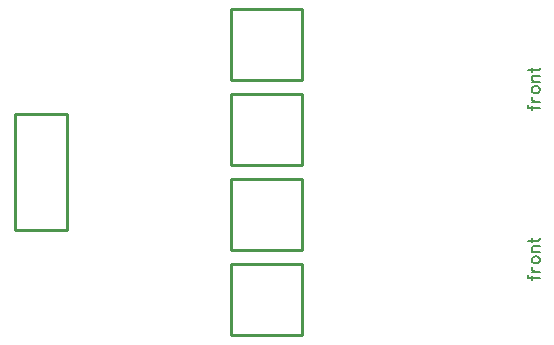
<source format=gbr>
G04 DipTrace 3.1.0.1*
G04 TAS5805Mbis2.TopAssy.gbr*
%MOIN*%
G04 #@! TF.FileFunction,Drawing,Top*
G04 #@! TF.Part,Single*
%ADD10C,0.009843*%
%ADD63C,0.006176*%
%FSLAX26Y26*%
G04*
G70*
G90*
G75*
G01*
G04 TopAssy*
%LPD*%
X1877377Y1720302D2*
D10*
X2113621D1*
Y1484082D1*
X1877377D1*
Y1720302D1*
Y1436838D2*
X2113621D1*
Y1200617D1*
X1877377D1*
Y1436838D1*
Y869909D2*
X2113621D1*
Y633688D1*
X1877377D1*
Y869909D1*
Y1153373D2*
X2113621D1*
Y917153D1*
X1877377D1*
Y1153373D1*
X1156910Y1370118D2*
X1330158D1*
Y984291D1*
X1156910D1*
Y1370118D1*
X2867324Y1400119D2*
D63*
Y1396316D1*
X2869225Y1392470D1*
X2874973Y1390568D1*
X2907516D1*
X2880721Y1384820D2*
Y1398218D1*
Y1412470D2*
X2907516D1*
X2892217D2*
X2886469Y1414416D1*
X2882622Y1418218D1*
X2880721Y1422065D1*
Y1427813D1*
Y1449715D2*
X2882622Y1445912D1*
X2886469Y1442066D1*
X2892217Y1440164D1*
X2896020D1*
X2901768Y1442066D1*
X2905570Y1445912D1*
X2907516Y1449715D1*
Y1455463D1*
X2905570Y1459310D1*
X2901768Y1463112D1*
X2896019Y1465058D1*
X2892217D1*
X2886469Y1463112D1*
X2882622Y1459310D1*
X2880721Y1455463D1*
Y1449715D1*
Y1477409D2*
X2907516D1*
X2888370D2*
X2882622Y1483157D1*
X2880721Y1487004D1*
Y1492708D1*
X2882622Y1496555D1*
X2888370Y1498456D1*
X2907516D1*
X2867324Y1516555D2*
X2899866D1*
X2905570Y1518456D1*
X2907516Y1522303D1*
Y1526106D1*
X2880721Y1510807D2*
Y1524205D1*
X2867324Y833190D2*
Y829387D1*
X2869225Y825540D1*
X2874973Y823639D1*
X2907516D1*
X2880721Y817891D2*
Y831288D1*
Y845541D2*
X2907516D1*
X2892217D2*
X2886469Y847487D1*
X2882622Y851289D1*
X2880721Y855136D1*
Y860884D1*
Y882786D2*
X2882622Y878983D1*
X2886469Y875137D1*
X2892217Y873235D1*
X2896020D1*
X2901768Y875137D1*
X2905570Y878983D1*
X2907516Y882786D1*
Y888534D1*
X2905570Y892381D1*
X2901768Y896183D1*
X2896019Y898129D1*
X2892217D1*
X2886469Y896183D1*
X2882622Y892381D1*
X2880721Y888534D1*
Y882786D1*
Y910480D2*
X2907516D1*
X2888370D2*
X2882622Y916228D1*
X2880721Y920075D1*
Y925779D1*
X2882622Y929625D1*
X2888370Y931527D1*
X2907516D1*
X2867324Y949626D2*
X2899866D1*
X2905570Y951527D1*
X2907516Y955374D1*
Y959177D1*
X2880721Y943878D2*
Y957275D1*
M02*

</source>
